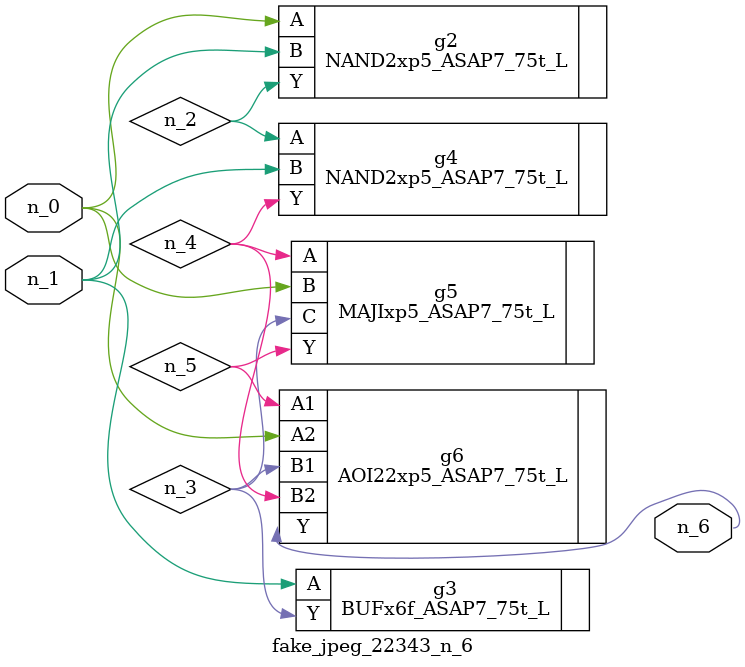
<source format=v>
module fake_jpeg_22343_n_6 (n_0, n_1, n_6);

input n_0;
input n_1;

output n_6;

wire n_3;
wire n_2;
wire n_4;
wire n_5;

NAND2xp5_ASAP7_75t_L g2 ( 
.A(n_0),
.B(n_1),
.Y(n_2)
);

BUFx6f_ASAP7_75t_L g3 ( 
.A(n_1),
.Y(n_3)
);

NAND2xp5_ASAP7_75t_L g4 ( 
.A(n_2),
.B(n_1),
.Y(n_4)
);

MAJIxp5_ASAP7_75t_L g5 ( 
.A(n_4),
.B(n_0),
.C(n_3),
.Y(n_5)
);

AOI22xp5_ASAP7_75t_L g6 ( 
.A1(n_5),
.A2(n_0),
.B1(n_3),
.B2(n_4),
.Y(n_6)
);


endmodule
</source>
